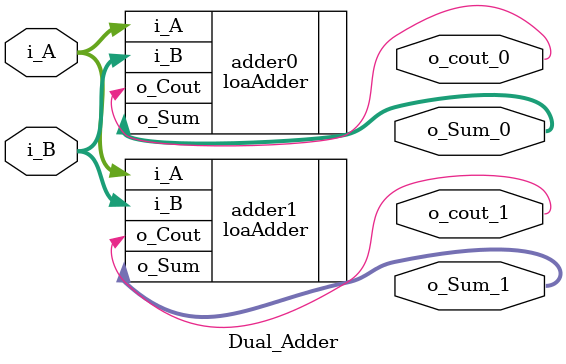
<source format=v>
`timescale 1ns / 1ps


module Dual_Adder #(parameter N = 16, K_0=4, K_1=8)
    (input[N-1:0] i_A, 
    input[N-1:0] i_B, 
    output [N-1:0] o_Sum_0, 
    output [N-1:0] o_Sum_1,
    output o_cout_0,
    output o_cout_1);
    
    //create two N-bit instaces of the Adder design under test with different degrees of approximation K_0, K_1
    loaAdder #(.N(N), .K(K_0)) adder0 (.i_A(i_A), .i_B(i_B), .o_Sum(o_Sum_0), .o_Cout(o_cout_0));
    loaAdder #(.N(N), .K(K_1)) adder1 (.i_A(i_A), .i_B(i_B), .o_Sum(o_Sum_1), .o_Cout(o_cout_1));
    
endmodule

</source>
